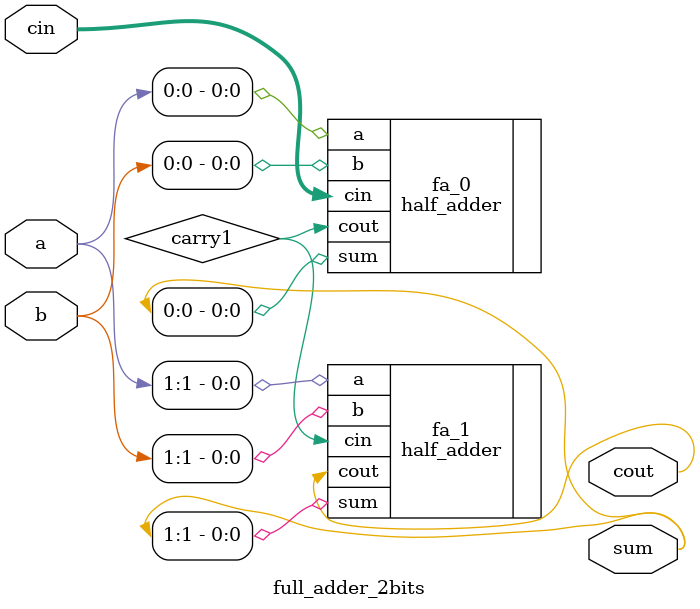
<source format=v>
module full_adder_2bits(input[1:0] a,input[1:0]b,cin,output[1:0] sum,output cout);

wire carry1;

half_adder fa_0(
.a(a[0]),
.b(b[0]),
.cin(cin),
.sum(sum[0]),
.cout(carry1)
);

half_adder fa_1(
.a(a[1]),
.b(b[1]),
.cin(carry1),
.sum(sum[1]),
.cout(cout)
);

endmodule

</source>
